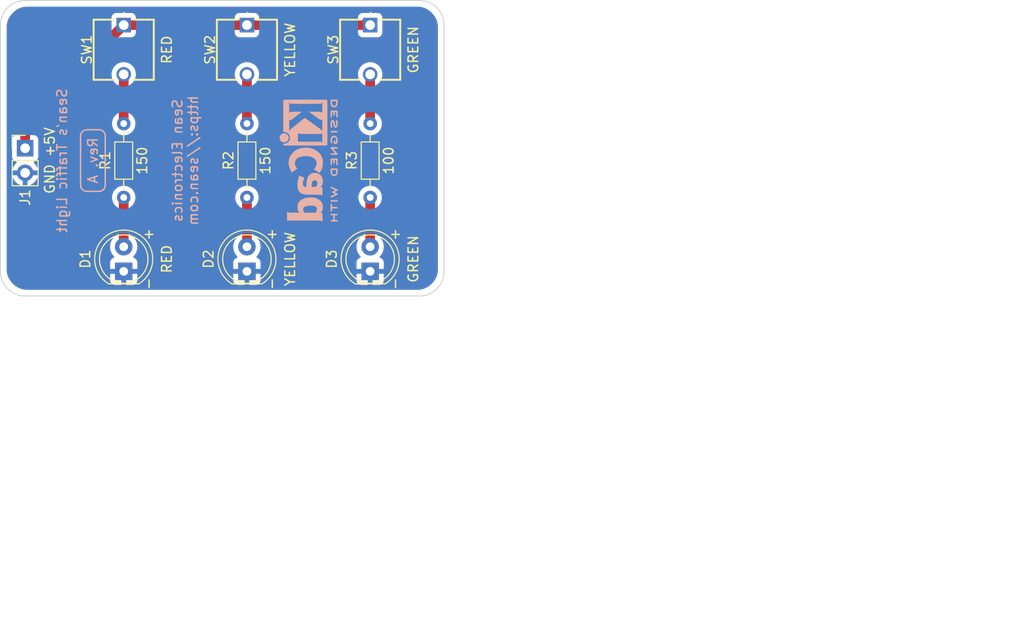
<source format=kicad_pcb>
(kicad_pcb (version 20221018) (generator pcbnew)
  (layers (0 "F.Cu" signal) (31 "B.Cu" signal) (34 "B.Paste" user) (35 "F.Paste" user) (36 "B.SilkS" user "B.Silkscreen") (37 "F.SilkS" user "F.Silkscreen") (38 "B.Mask" user) (39 "F.Mask" user) (44 "Edge.Cuts" user))
  (net 0 "")
  (net 1 "GND")
  (net 2 "Net-(D1-A)")
  (net 3 "Net-(R1-Pad1)")
  (net 4 "+5V")
  (net 5 "Net-(D2-A)")
  (net 6 "Net-(D3-A)")
  (net 7 "Net-(R2-Pad1)")
  (net 8 "Net-(R3-Pad1)")
  (footprint "Resistor_THT:R_Axial_DIN0204_L3.6mm_D1.6mm_P7.62mm_Horizontal" (layer "F.Cu") (at 203.2 68.58 -90)
    (fp_text reference "R3" (at 3.81 1.905 90) (layer "F.SilkS"))
    (fp_text value "100" (at 3.81 -1.905 90) (layer "F.SilkS"))
    (pad "1" thru_hole circle (at 0 0 270) (size 1.4 1.4) (drill 0.7) (layers "*.Cu" "*.Mask") (net 8 "Net-(R3-Pad1)"))
    (pad "2" thru_hole oval (at 7.62 0 270) (size 1.4 1.4) (drill 0.7) (layers "*.Cu" "*.Mask") (net 6 "Net-(D3-A)"))
  )
  (footprint "Footprints_CJ:Tactile Switch - 6 x 6 mm - 2-pin - Yellow" (layer "F.Cu") (at 190.5 58.42 -90)
    (fp_text reference "SW2" (at 2.54 3.81 90) (layer "F.SilkS"))
    (fp_text value "Tactile_Switch_2-pin - Yellow" hide)
    (pad "1" thru_hole rect (at 0 0 270) (size 1.5 1.5) (drill 1) (layers "*.Cu" "*.Mask") (net 4 "+5V"))
    (pad "2" thru_hole circle (at 5.08 0 270) (size 1.5 1.5) (drill 1) (layers "*.Cu" "*.Mask") (net 7 "Net-(R2-Pad1)"))
  )
  (footprint "Connector_PinHeader_2.54mm:PinHeader_1x02_P2.54mm_Vertical" (layer "F.Cu") (at 167.64 71.12)
    (fp_text reference "J1" (at 0 5.08 90) (layer "F.SilkS"))
    (fp_text value "Conn_01x02_Pin" hide)
    (pad "1" thru_hole rect (at 0 0) (size 1.7 1.7) (drill 1) (layers "*.Cu" "*.Mask") (net 4 "+5V"))
    (pad "2" thru_hole oval (at 0 2.54) (size 1.7 1.7) (drill 1) (layers "*.Cu" "*.Mask") (net 1 "GND"))
  )
  (footprint "Footprints_CJ:LED_D5.0mm RED THT" (layer "F.Cu") (at 177.8 83.82 90)
    (fp_text reference "D1" (at 1.27 -3.96 90) (layer "F.SilkS"))
    (fp_text value "LED 5.0mm RED THT" hide)
    (pad "1" thru_hole rect (at 0 0 90) (size 1.8 1.8) (drill 0.9) (layers "*.Cu" "*.Mask") (net 1 "GND"))
    (pad "2" thru_hole circle (at 2.54 0 90) (size 1.8 1.8) (drill 0.9) (layers "*.Cu" "*.Mask") (net 2 "Net-(D1-A)"))
  )
  (footprint "Footprints_CJ:LED_D5.0mm YELLOW THT" (layer "F.Cu") (at 190.5 83.82 90)
    (fp_text reference "D2" (at 1.27 -3.96 90) (layer "F.SilkS"))
    (fp_text value "LED 5.0mm YELLOW THT" hide)
    (pad "1" thru_hole rect (at 0 0 90) (size 1.8 1.8) (drill 0.9) (layers "*.Cu" "*.Mask") (net 1 "GND"))
    (pad "2" thru_hole circle (at 2.54 0 90) (size 1.8 1.8) (drill 0.9) (layers "*.Cu" "*.Mask") (net 5 "Net-(D2-A)"))
  )
  (footprint "Footprints_CJ:Tactile Switch - 6 x 6 mm - 2-pin - Red" (layer "F.Cu") (at 177.8 58.42 -90)
    (fp_text reference "SW1" (at 2.54 3.81 -90) (layer "F.SilkS"))
    (fp_text value "Tactile_Switch_2-pin - Red" hide)
    (pad "1" thru_hole rect (at 0 0 270) (size 1.5 1.5) (drill 1) (layers "*.Cu" "*.Mask") (net 4 "+5V"))
    (pad "2" thru_hole circle (at 5.08 0 270) (size 1.5 1.5) (drill 1) (layers "*.Cu" "*.Mask") (net 3 "Net-(R1-Pad1)"))
  )
  (footprint "Resistor_THT:R_Axial_DIN0204_L3.6mm_D1.6mm_P7.62mm_Horizontal" (layer "F.Cu") (at 177.8 68.58 -90)
    (fp_text reference "R1" (at 3.81 1.905 -270) (layer "F.SilkS"))
    (fp_text value "150" (at 3.81 -1.905 90) (layer "F.SilkS"))
    (pad "1" thru_hole circle (at 0 0 270) (size 1.4 1.4) (drill 0.7) (layers "*.Cu" "*.Mask") (net 3 "Net-(R1-Pad1)"))
    (pad "2" thru_hole oval (at 7.62 0 270) (size 1.4 1.4) (drill 0.7) (layers "*.Cu" "*.Mask") (net 2 "Net-(D1-A)"))
  )
  (footprint "Footprints_CJ:Tactile Switch - 6 x 6 mm - 2-pin - Green" (layer "F.Cu") (at 203.2 58.42 -90)
    (fp_text reference "SW3" (at 2.54 3.81 90) (layer "F.SilkS"))
    (fp_text value "Tactile_Switch_2-pin - Green" hide)
    (pad "1" thru_hole rect (at 0 0 270) (size 1.5 1.5) (drill 1) (layers "*.Cu" "*.Mask") (net 4 "+5V"))
    (pad "2" thru_hole circle (at 5.08 0 270) (size 1.5 1.5) (drill 1) (layers "*.Cu" "*.Mask") (net 8 "Net-(R3-Pad1)"))
  )
  (footprint "Resistor_THT:R_Axial_DIN0204_L3.6mm_D1.6mm_P7.62mm_Horizontal" (layer "F.Cu") (at 190.5 68.58 -90)
    (fp_text reference "R2" (at 3.81 1.905 90) (layer "F.SilkS"))
    (fp_text value "150" (at 3.81 -1.905 90) (layer "F.SilkS"))
    (pad "1" thru_hole circle (at 0 0 270) (size 1.4 1.4) (drill 0.7) (layers "*.Cu" "*.Mask") (net 7 "Net-(R2-Pad1)"))
    (pad "2" thru_hole oval (at 7.62 0 270) (size 1.4 1.4) (drill 0.7) (layers "*.Cu" "*.Mask") (net 5 "Net-(D2-A)"))
  )
  (footprint "Footprints_CJ:LED_D5.0mm GREEN THT" (layer "F.Cu") (at 203.2 83.82 90)
    (fp_text reference "D3" (at 1.27 -3.96 90) (layer "F.SilkS"))
    (fp_text value "LED 5.0mm GREEN THT" hide)
    (pad "1" thru_hole rect (at 0 0 90) (size 1.8 1.8) (drill 0.9) (layers "*.Cu" "*.Mask") (net 1 "GND"))
    (pad "2" thru_hole circle (at 2.54 0 90) (size 1.8 1.8) (drill 0.9) (layers "*.Cu" "*.Mask") (net 6 "Net-(D3-A)"))
  )
  (footprint "Symbol:KiCad-Logo2_5mm_SilkScreen" (layer "B.Cu") (at 196.85 72.39 -90)
    (fp_text reference "REF**" hide)
    (fp_text value "KiCad-Logo2_5mm_SilkScreen" hide)
  )
  (gr_line (start 175.26 69.215) (end 173.99 69.215) (stroke (width 0.15)) (layer "B.SilkS"))
  (gr_line (start 175.895 74.93) (end 175.895 69.85) (stroke (width 0.15)) (layer "B.SilkS"))
  (gr_arc (start 175.895 74.93) (mid 175.709013 75.379013) (end 175.26 75.565) (stroke (width 0.15)) (layer "B.SilkS"))
  (gr_line (start 173.99 75.565) (end 175.26 75.565) (stroke (width 0.15)) (layer "B.SilkS"))
  (gr_arc (start 173.355 69.85) (mid 173.540987 69.400987) (end 173.99 69.215) (stroke (width 0.15)) (layer "B.SilkS"))
  (gr_arc (start 175.26 69.215) (mid 175.709013 69.400987) (end 175.895 69.85) (stroke (width 0.15)) (layer "B.SilkS"))
  (gr_line (start 173.355 69.85) (end 173.355 74.93) (stroke (width 0.15)) (layer "B.SilkS"))
  (gr_arc (start 173.99 75.565) (mid 173.540987 75.379013) (end 173.355 74.93) (stroke (width 0.15)) (layer "B.SilkS"))
  (gr_line (start 167.64 86.36) (end 208.28 86.36) (stroke (width 0.1)) (layer "Edge.Cuts"))
  (gr_arc (start 167.64 86.36) (mid 165.843949 85.616051) (end 165.1 83.82) (stroke (width 0.1)) (layer "Edge.Cuts"))
  (gr_arc (start 210.82 83.82) (mid 210.076051 85.616051) (end 208.28 86.36) (stroke (width 0.1)) (layer "Edge.Cuts"))
  (gr_arc (start 165.1 58.42) (mid 165.843949 56.623949) (end 167.64 55.88) (stroke (width 0.1)) (layer "Edge.Cuts"))
  (gr_line (start 210.82 83.82) (end 210.82 58.42) (stroke (width 0.1)) (layer "Edge.Cuts"))
  (gr_arc (start 208.28 55.88) (mid 210.076051 56.623949) (end 210.82 58.42) (stroke (width 0.1)) (layer "Edge.Cuts"))
  (gr_line (start 208.28 55.88) (end 167.64 55.88) (stroke (width 0.1)) (layer "Edge.Cuts"))
  (gr_line (start 165.1 58.42) (end 165.1 83.82) (stroke (width 0.1)) (layer "Edge.Cuts"))
  (gr_text "Sean's Traffic Light" (at 171.45 72.39 90) (layer "B.SilkS") (effects (font (size 1 1)) (justify mirror)))
  (gr_text "Rev. A" (at 174.625 72.39 90) (layer "B.SilkS") (effects (font (size 1 1)) (justify mirror)))
  (gr_text "Sean Electronics\nhttps://sean.com" (at 184.15 72.39 90) (layer "B.SilkS") (effects (font (size 1 1)) (justify mirror)))
  (gr_text "+" (at 193.04 80.01 90) (layer "F.SilkS") (effects (font (size 1 1))))
  (gr_text "GREEN" (at 207.645 60.96 90) (layer "F.SilkS") (effects (font (size 1 1))))
  (gr_text "YELLOW" (at 194.945 60.96 90) (layer "F.SilkS") (effects (font (size 1 1))))
  (gr_text "YELLOW" (at 194.945 82.55 90) (layer "F.SilkS") (effects (font (size 1 1))))
  (gr_text "RED" (at 182.245 82.55 90) (layer "F.SilkS") (effects (font (size 1 1))))
  (gr_text "+" (at 205.74 80.01 90) (layer "F.SilkS") (effects (font (size 1 1))))
  (gr_text "+5V" (at 170.18 70.485 90) (layer "F.SilkS") (effects (font (size 1 1))))
  (gr_text "GND" (at 170.18 74.295 90) (layer "F.SilkS") (effects (font (size 1 1))))
  (gr_text "-" (at 193.04 85.09 90) (layer "F.SilkS") (effects (font (size 1 1))))
  (gr_text "-" (at 205.74 85.09 90) (layer "F.SilkS") (effects (font (size 1 1))))
  (gr_text "RED" (at 182.245 60.96 90) (layer "F.SilkS") (effects (font (size 1 1))))
  (gr_text "GREEN" (at 207.645 82.55 90) (layer "F.SilkS") (effects (font (size 1 1))))
  (gr_text "+" (at 180.34 80.01 90) (layer "F.SilkS") (effects (font (size 1 1))))
  (gr_text "-" (at 180.34 85.09 90) (layer "F.SilkS") (effects (font (size 1 1))))
  (segment (start 177.8 76.2) (end 177.8 81.28) (width 1) (layer "F.Cu") (net 2))
  (segment (start 177.8 63.5) (end 177.8 68.58) (width 1) (layer "F.Cu") (net 3))
  (segment (start 190.5 58.42) (end 203.2 58.42) (width 1) (layer "F.Cu") (net 4))
  (segment (start 167.64 68.58) (end 177.8 58.42) (width 1) (layer "F.Cu") (net 4))
  (segment (start 177.8 58.42) (end 190.5 58.42) (width 1) (layer "F.Cu") (net 4))
  (segment (start 167.64 71.12) (end 167.64 68.58) (width 1) (layer "F.Cu") (net 4))
  (segment (start 190.5 76.2) (end 190.5 81.28) (width 1) (layer "F.Cu") (net 5))
  (segment (start 203.2 76.2) (end 203.2 81.28) (width 1) (layer "F.Cu") (net 6))
  (segment (start 190.5 63.5) (end 190.5 68.58) (width 1) (layer "F.Cu") (net 7))
  (segment (start 203.2 63.5) (end 203.2 68.58) (width 1) (layer "F.Cu") (net 8))
  (zone (net 1) (net_name "GND") (layer "B.Cu") (connect_pads (clearance 0.5)) (min_thickness 0.25) (fill yes (thermal_gap 0.5) (thermal_bridge_width 0.5) (smoothing fillet) (radius 2))
    (polygon (pts (xy 165.735 57.785) (xy 165.735 84.455) (xy 167.005 85.725) (xy 208.915 85.725) (xy 210.185 84.455) (xy 210.185 57.785) (xy 208.915 56.515) (xy 167.005 56.515)))
  )
)
</source>
